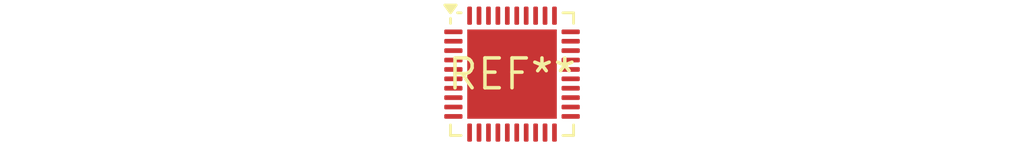
<source format=kicad_pcb>
(kicad_pcb (version 20240108) (generator pcbnew)
  (layers (0 "F.Cu" signal) (31 "B.Cu" signal) (34 "B.Paste" user) (35 "F.Paste" user) (36 "B.SilkS" user "B.Silkscreen") (37 "F.SilkS" user "F.Silkscreen") (38 "B.Mask" user) (39 "F.Mask" user) (44 "Edge.Cuts" user))
  (net 0 "")
  (footprint "QFN-40-1EP_5x5mm_P0.4mm_EP3.8x3.8mm" (layer "F.Cu") (at 0 0)
    (property "Reference" "REF**")
    (property "Value" "QFN-40-1EP_5x5mm_P0.4mm_EP3.8x3.8mm")
    (fp_line (start -2.61 -2.16) (end -2.61 -2.37) (layer "F.SilkS") (stroke (width 0.12)))
    (fp_line (start -2.61 2.61) (end -2.61 2.16) (layer "F.SilkS") (stroke (width 0.12)))
    (fp_line (start -2.16 -2.61) (end -2.31 -2.61) (layer "F.SilkS") (stroke (width 0.12)))
    (fp_line (start -2.16 2.61) (end -2.61 2.61) (layer "F.SilkS") (stroke (width 0.12)))
    (fp_line (start 2.16 -2.61) (end 2.61 -2.61) (layer "F.SilkS") (stroke (width 0.12)))
    (fp_line (start 2.16 2.61) (end 2.61 2.61) (layer "F.SilkS") (stroke (width 0.12)))
    (fp_line (start 2.61 -2.61) (end 2.61 -2.16) (layer "F.SilkS") (stroke (width 0.12)))
    (fp_line (start 2.61 2.61) (end 2.61 2.16) (layer "F.SilkS") (stroke (width 0.12)))
    (fp_poly (pts (xy -2.61 -2.61) (xy -2.85 -2.94) (xy -2.37 -2.94) (xy -2.61 -2.61)) (layer "F.SilkS") (stroke (width 0.12)) (fill solid))
    (pad "1" smd roundrect (at -2.4875 -1.8) (size 0.775 0.2) (layers "F.Cu" "F.Paste" "F.Mask"))
    (pad "2" smd roundrect (at -2.4875 -1.4) (size 0.775 0.2) (layers "F.Cu" "F.Paste" "F.Mask"))
    (pad "3" smd roundrect (at -2.4875 -1) (size 0.775 0.2) (layers "F.Cu" "F.Paste" "F.Mask"))
    (pad "4" smd roundrect (at -2.4875 -0.6) (size 0.775 0.2) (layers "F.Cu" "F.Paste" "F.Mask"))
    (pad "5" smd roundrect (at -2.4875 -0.2) (size 0.775 0.2) (layers "F.Cu" "F.Paste" "F.Mask"))
    (pad "6" smd roundrect (at -2.4875 0.2) (size 0.775 0.2) (layers "F.Cu" "F.Paste" "F.Mask"))
    (pad "7" smd roundrect (at -2.4875 0.6) (size 0.775 0.2) (layers "F.Cu" "F.Paste" "F.Mask"))
    (pad "8" smd roundrect (at -2.4875 1) (size 0.775 0.2) (layers "F.Cu" "F.Paste" "F.Mask"))
    (pad "9" smd roundrect (at -2.4875 1.4) (size 0.775 0.2) (layers "F.Cu" "F.Paste" "F.Mask"))
    (pad "10" smd roundrect (at -2.4875 1.8) (size 0.775 0.2) (layers "F.Cu" "F.Paste" "F.Mask"))
    (pad "11" smd roundrect (at -1.8 2.4875) (size 0.2 0.775) (layers "F.Cu" "F.Paste" "F.Mask"))
    (pad "12" smd roundrect (at -1.4 2.4875) (size 0.2 0.775) (layers "F.Cu" "F.Paste" "F.Mask"))
    (pad "13" smd roundrect (at -1 2.4875) (size 0.2 0.775) (layers "F.Cu" "F.Paste" "F.Mask"))
    (pad "14" smd roundrect (at -0.6 2.4875) (size 0.2 0.775) (layers "F.Cu" "F.Paste" "F.Mask"))
    (pad "15" smd roundrect (at -0.2 2.4875) (size 0.2 0.775) (layers "F.Cu" "F.Paste" "F.Mask"))
    (pad "16" smd roundrect (at 0.2 2.4875) (size 0.2 0.775) (layers "F.Cu" "F.Paste" "F.Mask"))
    (pad "17" smd roundrect (at 0.6 2.4875) (size 0.2 0.775) (layers "F.Cu" "F.Paste" "F.Mask"))
    (pad "18" smd roundrect (at 1 2.4875) (size 0.2 0.775) (layers "F.Cu" "F.Paste" "F.Mask"))
    (pad "19" smd roundrect (at 1.4 2.4875) (size 0.2 0.775) (layers "F.Cu" "F.Paste" "F.Mask"))
    (pad "20" smd roundrect (at 1.8 2.4875) (size 0.2 0.775) (layers "F.Cu" "F.Paste" "F.Mask"))
    (pad "21" smd roundrect (at 2.4875 1.8) (size 0.775 0.2) (layers "F.Cu" "F.Paste" "F.Mask"))
    (pad "22" smd roundrect (at 2.4875 1.4) (size 0.775 0.2) (layers "F.Cu" "F.Paste" "F.Mask"))
    (pad "23" smd roundrect (at 2.4875 1) (size 0.775 0.2) (layers "F.Cu" "F.Paste" "F.Mask"))
    (pad "24" smd roundrect (at 2.4875 0.6) (size 0.775 0.2) (layers "F.Cu" "F.Paste" "F.Mask"))
    (pad "25" smd roundrect (at 2.4875 0.2) (size 0.775 0.2) (layers "F.Cu" "F.Paste" "F.Mask"))
    (pad "26" smd roundrect (at 2.4875 -0.2) (size 0.775 0.2) (layers "F.Cu" "F.Paste" "F.Mask"))
    (pad "27" smd roundrect (at 2.4875 -0.6) (size 0.775 0.2) (layers "F.Cu" "F.Paste" "F.Mask"))
    (pad "28" smd roundrect (at 2.4875 -1) (size 0.775 0.2) (layers "F.Cu" "F.Paste" "F.Mask"))
    (pad "29" smd roundrect (at 2.4875 -1.4) (size 0.775 0.2) (layers "F.Cu" "F.Paste" "F.Mask"))
    (pad "30" smd roundrect (at 2.4875 -1.8) (size 0.775 0.2) (layers "F.Cu" "F.Paste" "F.Mask"))
    (pad "31" smd roundrect (at 1.8 -2.4875) (size 0.2 0.775) (layers "F.Cu" "F.Paste" "F.Mask"))
    (pad "32" smd roundrect (at 1.4 -2.4875) (size 0.2 0.775) (layers "F.Cu" "F.Paste" "F.Mask"))
    (pad "33" smd roundrect (at 1 -2.4875) (size 0.2 0.775) (layers "F.Cu" "F.Paste" "F.Mask"))
    (pad "34" smd roundrect (at 0.6 -2.4875) (size 0.2 0.775) (layers "F.Cu" "F.Paste" "F.Mask"))
    (pad "35" smd roundrect (at 0.2 -2.4875) (size 0.2 0.775) (layers "F.Cu" "F.Paste" "F.Mask"))
    (pad "36" smd roundrect (at -0.2 -2.4875) (size 0.2 0.775) (layers "F.Cu" "F.Paste" "F.Mask"))
    (pad "37" smd roundrect (at -0.6 -2.4875) (size 0.2 0.775) (layers "F.Cu" "F.Paste" "F.Mask"))
    (pad "38" smd roundrect (at -1 -2.4875) (size 0.2 0.775) (layers "F.Cu" "F.Paste" "F.Mask"))
    (pad "39" smd roundrect (at -1.4 -2.4875) (size 0.2 0.775) (layers "F.Cu" "F.Paste" "F.Mask"))
    (pad "40" smd roundrect (at -1.8 -2.4875) (size 0.2 0.775) (layers "F.Cu" "F.Paste" "F.Mask"))
    (pad "41" smd rect (at 0 0) (size 3.8 3.8) (property pad_prop_heatsink) (layers "F.Cu" "F.Mask"))
  )
)
</source>
